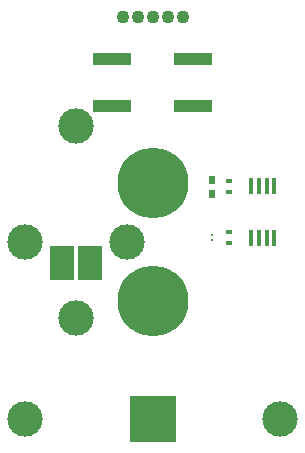
<source format=gbr>
%TF.GenerationSoftware,KiCad,Pcbnew,(6.99.0-1656-g034b57d9c0)*%
%TF.CreationDate,2022-05-27T10:29:39-07:00*%
%TF.ProjectId,GymTimer,47796d54-696d-4657-922e-6b696361645f,rev?*%
%TF.SameCoordinates,Original*%
%TF.FileFunction,Soldermask,Top*%
%TF.FilePolarity,Negative*%
%FSLAX46Y46*%
G04 Gerber Fmt 4.6, Leading zero omitted, Abs format (unit mm)*
G04 Created by KiCad (PCBNEW (6.99.0-1656-g034b57d9c0)) date 2022-05-27 10:29:39*
%MOMM*%
%LPD*%
G01*
G04 APERTURE LIST*
G04 Aperture macros list*
%AMOutline4P*
0 Free polygon, 4 corners , with rotation*
0 The origin of the aperture is its center*
0 number of corners: always 4*
0 $1 to $8 corner X, Y*
0 $9 Rotation angle, in degrees counterclockwise*
0 create outline with 4 corners*
4,1,4,$1,$2,$3,$4,$5,$6,$7,$8,$1,$2,$9*%
G04 Aperture macros list end*
%ADD10R,0.600000X0.450000*%
%ADD11R,0.610000X0.635000*%
%ADD12C,3.000000*%
%ADD13R,2.000000X3.000000*%
%ADD14R,0.450000X1.450000*%
%ADD15R,3.200000X1.000000*%
%ADD16C,1.100000*%
%ADD17Outline4P,-1.980000X1.980000X1.980000X1.980000X1.980000X-1.980000X-1.980000X-1.980000X0.000000*%
%ADD18R,0.280000X0.200000*%
%ADD19C,6.000000*%
G04 APERTURE END LIST*
D10*
%TO.C,C1*%
X114449999Y-94999999D03*
X114449999Y-94049999D03*
%TD*%
D11*
%TO.C,R1*%
X112949999Y-95146999D03*
X112949999Y-93952999D03*
%TD*%
D10*
%TO.C,C2*%
X114449999Y-99334999D03*
X114449999Y-98384999D03*
%TD*%
D12*
%TO.C,M1*%
X97150000Y-99200000D03*
X101450000Y-89400000D03*
X101450000Y-105700000D03*
X105750000Y-99200000D03*
D13*
X102649999Y-100999999D03*
X100249999Y-100999999D03*
%TD*%
D14*
%TO.C,U1*%
X116299999Y-98899999D03*
X116949999Y-98899999D03*
X117599999Y-98899999D03*
X118249999Y-98899999D03*
X118249999Y-94499999D03*
X117599999Y-94499999D03*
X116949999Y-94499999D03*
X116299999Y-94499999D03*
%TD*%
D15*
%TO.C,S1*%
X111349999Y-83699999D03*
X104549999Y-83699999D03*
X111349999Y-87699999D03*
X104549999Y-87699999D03*
%TD*%
D16*
%TO.C,P1*%
X105410000Y-80200000D03*
X106680000Y-80200000D03*
X107950000Y-80200000D03*
X109220000Y-80200000D03*
X110490000Y-80200000D03*
%TD*%
D12*
%TO.C,BT1*%
X97150000Y-114200000D03*
X118750000Y-114200000D03*
D17*
X107949999Y-114199999D03*
%TD*%
D18*
%TO.C,D1*%
X112949999Y-98659999D03*
X112949999Y-99059999D03*
%TD*%
D19*
%TO.C,REF\u002A\u002A*%
X107950000Y-104200000D03*
X107950000Y-94200000D03*
%TD*%
M02*

</source>
